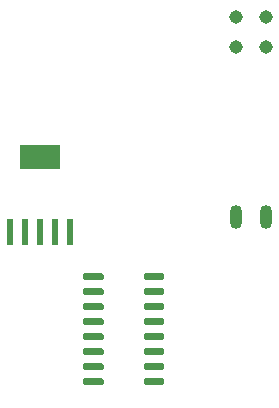
<source format=gbr>
%TF.GenerationSoftware,KiCad,Pcbnew,5.1.10-88a1d61d58~90~ubuntu20.04.1*%
%TF.CreationDate,2021-09-12T16:28:58-04:00*%
%TF.ProjectId,VoltageCurrentPowerMeter,566f6c74-6167-4654-9375-7272656e7450,rev?*%
%TF.SameCoordinates,Original*%
%TF.FileFunction,Paste,Top*%
%TF.FilePolarity,Positive*%
%FSLAX46Y46*%
G04 Gerber Fmt 4.6, Leading zero omitted, Abs format (unit mm)*
G04 Created by KiCad (PCBNEW 5.1.10-88a1d61d58~90~ubuntu20.04.1) date 2021-09-12 16:28:58*
%MOMM*%
%LPD*%
G01*
G04 APERTURE LIST*
%ADD10C,1.143000*%
%ADD11O,1.016000X2.032000*%
%ADD12R,0.600000X2.200000*%
%ADD13R,3.450000X2.150000*%
G04 APERTURE END LIST*
D10*
%TO.C,U1*%
X100815203Y-86758213D03*
X98275203Y-86758213D03*
X100815203Y-84218213D03*
X98275203Y-84218213D03*
D11*
X100826400Y-101222400D03*
X98276400Y-101222400D03*
%TD*%
D12*
%TO.C,U4*%
X82956400Y-102451500D03*
X80416400Y-102451500D03*
D13*
X81686400Y-96151500D03*
D12*
X81686400Y-102451500D03*
X84226400Y-102451500D03*
X79146400Y-102451500D03*
%TD*%
%TO.C,U3*%
G36*
G01*
X92197600Y-114988200D02*
X92197600Y-115288200D01*
G75*
G02*
X92047600Y-115438200I-150000J0D01*
G01*
X90597600Y-115438200D01*
G75*
G02*
X90447600Y-115288200I0J150000D01*
G01*
X90447600Y-114988200D01*
G75*
G02*
X90597600Y-114838200I150000J0D01*
G01*
X92047600Y-114838200D01*
G75*
G02*
X92197600Y-114988200I0J-150000D01*
G01*
G37*
G36*
G01*
X92197600Y-113718200D02*
X92197600Y-114018200D01*
G75*
G02*
X92047600Y-114168200I-150000J0D01*
G01*
X90597600Y-114168200D01*
G75*
G02*
X90447600Y-114018200I0J150000D01*
G01*
X90447600Y-113718200D01*
G75*
G02*
X90597600Y-113568200I150000J0D01*
G01*
X92047600Y-113568200D01*
G75*
G02*
X92197600Y-113718200I0J-150000D01*
G01*
G37*
G36*
G01*
X92197600Y-112448200D02*
X92197600Y-112748200D01*
G75*
G02*
X92047600Y-112898200I-150000J0D01*
G01*
X90597600Y-112898200D01*
G75*
G02*
X90447600Y-112748200I0J150000D01*
G01*
X90447600Y-112448200D01*
G75*
G02*
X90597600Y-112298200I150000J0D01*
G01*
X92047600Y-112298200D01*
G75*
G02*
X92197600Y-112448200I0J-150000D01*
G01*
G37*
G36*
G01*
X92197600Y-111178200D02*
X92197600Y-111478200D01*
G75*
G02*
X92047600Y-111628200I-150000J0D01*
G01*
X90597600Y-111628200D01*
G75*
G02*
X90447600Y-111478200I0J150000D01*
G01*
X90447600Y-111178200D01*
G75*
G02*
X90597600Y-111028200I150000J0D01*
G01*
X92047600Y-111028200D01*
G75*
G02*
X92197600Y-111178200I0J-150000D01*
G01*
G37*
G36*
G01*
X92197600Y-109908200D02*
X92197600Y-110208200D01*
G75*
G02*
X92047600Y-110358200I-150000J0D01*
G01*
X90597600Y-110358200D01*
G75*
G02*
X90447600Y-110208200I0J150000D01*
G01*
X90447600Y-109908200D01*
G75*
G02*
X90597600Y-109758200I150000J0D01*
G01*
X92047600Y-109758200D01*
G75*
G02*
X92197600Y-109908200I0J-150000D01*
G01*
G37*
G36*
G01*
X92197600Y-108638200D02*
X92197600Y-108938200D01*
G75*
G02*
X92047600Y-109088200I-150000J0D01*
G01*
X90597600Y-109088200D01*
G75*
G02*
X90447600Y-108938200I0J150000D01*
G01*
X90447600Y-108638200D01*
G75*
G02*
X90597600Y-108488200I150000J0D01*
G01*
X92047600Y-108488200D01*
G75*
G02*
X92197600Y-108638200I0J-150000D01*
G01*
G37*
G36*
G01*
X92197600Y-107368200D02*
X92197600Y-107668200D01*
G75*
G02*
X92047600Y-107818200I-150000J0D01*
G01*
X90597600Y-107818200D01*
G75*
G02*
X90447600Y-107668200I0J150000D01*
G01*
X90447600Y-107368200D01*
G75*
G02*
X90597600Y-107218200I150000J0D01*
G01*
X92047600Y-107218200D01*
G75*
G02*
X92197600Y-107368200I0J-150000D01*
G01*
G37*
G36*
G01*
X92197600Y-106098200D02*
X92197600Y-106398200D01*
G75*
G02*
X92047600Y-106548200I-150000J0D01*
G01*
X90597600Y-106548200D01*
G75*
G02*
X90447600Y-106398200I0J150000D01*
G01*
X90447600Y-106098200D01*
G75*
G02*
X90597600Y-105948200I150000J0D01*
G01*
X92047600Y-105948200D01*
G75*
G02*
X92197600Y-106098200I0J-150000D01*
G01*
G37*
G36*
G01*
X87047600Y-106098200D02*
X87047600Y-106398200D01*
G75*
G02*
X86897600Y-106548200I-150000J0D01*
G01*
X85447600Y-106548200D01*
G75*
G02*
X85297600Y-106398200I0J150000D01*
G01*
X85297600Y-106098200D01*
G75*
G02*
X85447600Y-105948200I150000J0D01*
G01*
X86897600Y-105948200D01*
G75*
G02*
X87047600Y-106098200I0J-150000D01*
G01*
G37*
G36*
G01*
X87047600Y-107368200D02*
X87047600Y-107668200D01*
G75*
G02*
X86897600Y-107818200I-150000J0D01*
G01*
X85447600Y-107818200D01*
G75*
G02*
X85297600Y-107668200I0J150000D01*
G01*
X85297600Y-107368200D01*
G75*
G02*
X85447600Y-107218200I150000J0D01*
G01*
X86897600Y-107218200D01*
G75*
G02*
X87047600Y-107368200I0J-150000D01*
G01*
G37*
G36*
G01*
X87047600Y-108638200D02*
X87047600Y-108938200D01*
G75*
G02*
X86897600Y-109088200I-150000J0D01*
G01*
X85447600Y-109088200D01*
G75*
G02*
X85297600Y-108938200I0J150000D01*
G01*
X85297600Y-108638200D01*
G75*
G02*
X85447600Y-108488200I150000J0D01*
G01*
X86897600Y-108488200D01*
G75*
G02*
X87047600Y-108638200I0J-150000D01*
G01*
G37*
G36*
G01*
X87047600Y-109908200D02*
X87047600Y-110208200D01*
G75*
G02*
X86897600Y-110358200I-150000J0D01*
G01*
X85447600Y-110358200D01*
G75*
G02*
X85297600Y-110208200I0J150000D01*
G01*
X85297600Y-109908200D01*
G75*
G02*
X85447600Y-109758200I150000J0D01*
G01*
X86897600Y-109758200D01*
G75*
G02*
X87047600Y-109908200I0J-150000D01*
G01*
G37*
G36*
G01*
X87047600Y-111178200D02*
X87047600Y-111478200D01*
G75*
G02*
X86897600Y-111628200I-150000J0D01*
G01*
X85447600Y-111628200D01*
G75*
G02*
X85297600Y-111478200I0J150000D01*
G01*
X85297600Y-111178200D01*
G75*
G02*
X85447600Y-111028200I150000J0D01*
G01*
X86897600Y-111028200D01*
G75*
G02*
X87047600Y-111178200I0J-150000D01*
G01*
G37*
G36*
G01*
X87047600Y-112448200D02*
X87047600Y-112748200D01*
G75*
G02*
X86897600Y-112898200I-150000J0D01*
G01*
X85447600Y-112898200D01*
G75*
G02*
X85297600Y-112748200I0J150000D01*
G01*
X85297600Y-112448200D01*
G75*
G02*
X85447600Y-112298200I150000J0D01*
G01*
X86897600Y-112298200D01*
G75*
G02*
X87047600Y-112448200I0J-150000D01*
G01*
G37*
G36*
G01*
X87047600Y-113718200D02*
X87047600Y-114018200D01*
G75*
G02*
X86897600Y-114168200I-150000J0D01*
G01*
X85447600Y-114168200D01*
G75*
G02*
X85297600Y-114018200I0J150000D01*
G01*
X85297600Y-113718200D01*
G75*
G02*
X85447600Y-113568200I150000J0D01*
G01*
X86897600Y-113568200D01*
G75*
G02*
X87047600Y-113718200I0J-150000D01*
G01*
G37*
G36*
G01*
X87047600Y-114988200D02*
X87047600Y-115288200D01*
G75*
G02*
X86897600Y-115438200I-150000J0D01*
G01*
X85447600Y-115438200D01*
G75*
G02*
X85297600Y-115288200I0J150000D01*
G01*
X85297600Y-114988200D01*
G75*
G02*
X85447600Y-114838200I150000J0D01*
G01*
X86897600Y-114838200D01*
G75*
G02*
X87047600Y-114988200I0J-150000D01*
G01*
G37*
%TD*%
M02*

</source>
